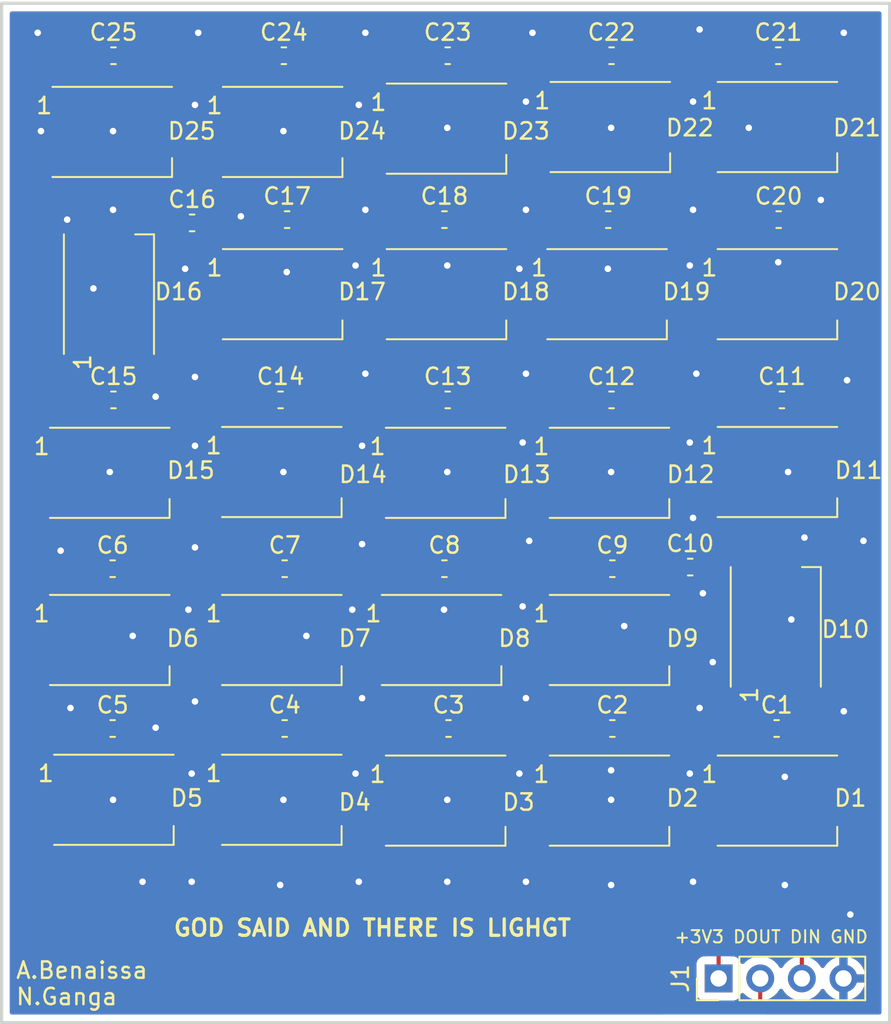
<source format=kicad_pcb>
(kicad_pcb (version 20221018) (generator pcbnew)
  (layers (0 "F.Cu" signal) (31 "B.Cu" signal) (34 "B.Paste" user) (35 "F.Paste" user) (36 "B.SilkS" user "B.Silkscreen") (37 "F.SilkS" user "F.Silkscreen") (38 "B.Mask" user) (39 "F.Mask" user) (44 "Edge.Cuts" user))
  (net 0 "")
  (net 1 "+3V3")
  (net 2 "GND")
  (net 3 "DIN")
  (net 4 "DTUS")
  (net 5 "DOUT")
  (net 6 "/LED's/Data-1")
  (net 7 "/LED's/Data-2")
  (net 8 "/LED's/Data-3")
  (net 9 "/LED's/Data-4")
  (net 10 "/LED's/Data-5")
  (net 11 "/LED's/Data-6")
  (net 12 "/LED's/Data-7")
  (net 13 "/LED's/Data-8")
  (net 14 "/LED's/Data-9")
  (net 15 "/LED's/Data-10")
  (net 16 "/LED's/Data-11")
  (net 17 "/LED's/Data-12")
  (net 18 "/LED's/Data-13")
  (net 19 "/LED's/Data-15")
  (net 20 "/LED's/Data-16")
  (net 21 "/LED's/Data-17")
  (net 22 "/LED's/Data-18")
  (net 23 "/LED's/Data-19")
  (net 24 "/LED's/Data-20")
  (net 25 "/LED's/Data-21")
  (net 26 "/LED's/Data-22")
  (net 27 "/LED's/Data-23")
  (net 28 "/LED's/Data-24")
  (footprint "Capacitor_SMD:C_0603_1608Metric" (layer "F.Cu") (at 155.425 73.2)
    (fp_text reference "C22")
    (fp_text value "0.1u" hide)
  )
  (footprint "LED_SMD:LED_WS2812B_PLCC4_5.0x5.0mm_P3.2mm" (layer "F.Cu") (at 155.15 87.75)
    (fp_text reference "D19")
    (fp_text value "WS2812B" hide)
  )
  (footprint "LED_SMD:LED_WS2812B_PLCC4_5.0x5.0mm_P3.2mm" (layer "F.Cu") (at 145.35 87.75)
    (fp_text reference "D18")
    (fp_text value "WS2812B" hide)
  )
  (footprint "LED_SMD:LED_WS2812B_PLCC4_5.0x5.0mm_P3.2mm" (layer "F.Cu") (at 124.8 108.85)
    (fp_text reference "D6")
    (fp_text value "WS2812B" hide)
  )
  (footprint "Capacitor_SMD:C_0603_1608Metric" (layer "F.Cu") (at 145.225 104.5)
    (fp_text reference "C8")
    (fp_text value "0.1u" hide)
  )
  (footprint "Capacitor_SMD:C_0603_1608Metric" (layer "F.Cu") (at 155.225 83.2)
    (fp_text reference "C19")
    (fp_text value "0.1u" hide)
  )
  (footprint "LED_SMD:LED_WS2812B_PLCC4_5.0x5.0mm_P3.2mm" (layer "F.Cu") (at 124.95 77.85)
    (fp_text reference "D25")
    (fp_text value "WS2812B" hide)
  )
  (footprint "LED_SMD:LED_WS2812B_PLCC4_5.0x5.0mm_P3.2mm" (layer "F.Cu") (at 145.3 98.65)
    (fp_text reference "D13")
    (fp_text value "WS2812B" hide)
  )
  (footprint "Capacitor_SMD:C_0603_1608Metric" (layer "F.Cu") (at 165.625 83.2)
    (fp_text reference "C20")
    (fp_text value "0.1u" hide)
  )
  (footprint "LED_SMD:LED_WS2812B_PLCC4_5.0x5.0mm_P3.2mm" (layer "F.Cu") (at 155.35 77.55)
    (fp_text reference "D22")
    (fp_text value "WS2812B" hide)
  )
  (footprint "Capacitor_SMD:C_0603_1608Metric" (layer "F.Cu") (at 165.825 94.2)
    (fp_text reference "C11")
    (fp_text value "0.1u" hide)
  )
  (footprint "LED_SMD:LED_WS2812B_PLCC4_5.0x5.0mm_P3.2mm" (layer "F.Cu") (at 145.3 118.65)
    (fp_text reference "D3")
    (fp_text value "WS2812B" hide)
  )
  (footprint "LED_SMD:LED_WS2812B_PLCC4_5.0x5.0mm_P3.2mm" (layer "F.Cu") (at 165.55 77.55)
    (fp_text reference "D21")
    (fp_text value "WS2812B" hide)
  )
  (footprint "LED_SMD:LED_WS2812B_PLCC4_5.0x5.0mm_P3.2mm" (layer "F.Cu") (at 125.05 118.6)
    (fp_text reference "D5")
    (fp_text value "WS2812B" hide)
  )
  (footprint "LED_SMD:LED_WS2812B_PLCC4_5.0x5.0mm_P3.2mm" (layer "F.Cu") (at 135.35 77.85)
    (fp_text reference "D24")
    (fp_text value "WS2812B" hide)
  )
  (footprint "Capacitor_SMD:C_0603_1608Metric" (layer "F.Cu") (at 155.475 114.25)
    (fp_text reference "C2")
    (fp_text value "0.1u" hide)
  )
  (footprint "LED_SMD:LED_WS2812B_PLCC4_5.0x5.0mm_P3.2mm" (layer "F.Cu") (at 135.35 87.75)
    (fp_text reference "D17")
    (fp_text value "WS2812B" hide)
  )
  (footprint "LED_SMD:LED_WS2812B_PLCC4_5.0x5.0mm_P3.2mm" (layer "F.Cu") (at 155.3 98.65)
    (fp_text reference "D12")
    (fp_text value "WS2812B" hide)
  )
  (footprint "Capacitor_SMD:C_0603_1608Metric" (layer "F.Cu") (at 155.475 104.5)
    (fp_text reference "C9")
    (fp_text value "0.1u" hide)
  )
  (footprint "Capacitor_SMD:C_0603_1608Metric" (layer "F.Cu") (at 129.825 83.4)
    (fp_text reference "C16")
    (fp_text value "0.1u" hide)
  )
  (footprint "Capacitor_SMD:C_0603_1608Metric" (layer "F.Cu") (at 165.6 73.2)
    (fp_text reference "C21")
    (fp_text value "0.1u" hide)
  )
  (footprint "Capacitor_SMD:C_0603_1608Metric" (layer "F.Cu") (at 160.225 104.4)
    (fp_text reference "C10")
    (fp_text value "0.1u" hide)
  )
  (footprint "LED_SMD:LED_WS2812B_PLCC4_5.0x5.0mm_P3.2mm" (layer "F.Cu") (at 145.05 108.85)
    (fp_text reference "D8")
    (fp_text value "WS2812B" hide)
  )
  (footprint "Capacitor_SMD:C_0603_1608Metric" (layer "F.Cu") (at 145.425 94.2)
    (fp_text reference "C13")
    (fp_text value "0.1u" hide)
  )
  (footprint "Capacitor_SMD:C_0603_1608Metric" (layer "F.Cu") (at 145.425 73.2)
    (fp_text reference "C23")
    (fp_text value "0.1u" hide)
  )
  (footprint "Capacitor_SMD:C_0603_1608Metric" (layer "F.Cu") (at 135.625 83.2)
    (fp_text reference "C17")
    (fp_text value "0.1u" hide)
  )
  (footprint "LED_SMD:LED_WS2812B_PLCC4_5.0x5.0mm_P3.2mm" (layer "F.Cu") (at 155.3 118.65)
    (fp_text reference "D2")
    (fp_text value "WS2812B" hide)
  )
  (footprint "Capacitor_SMD:C_0603_1608Metric" (layer "F.Cu") (at 135.475 114.25)
    (fp_text reference "C4")
    (fp_text value "0.1u" hide)
  )
  (footprint "LED_SMD:LED_WS2812B_PLCC4_5.0x5.0mm_P3.2mm" (layer "F.Cu") (at 155.3 108.85)
    (fp_text reference "D9")
    (fp_text value "WS2812B" hide)
  )
  (footprint "Capacitor_SMD:C_0603_1608Metric" (layer "F.Cu") (at 135.475 104.5)
    (fp_text reference "C7")
    (fp_text value "0.1u" hide)
  )
  (footprint "Capacitor_SMD:C_0603_1608Metric" (layer "F.Cu") (at 124.975 104.5)
    (fp_text reference "C6")
    (fp_text value "0.1u" hide)
  )
  (footprint "Capacitor_SMD:C_0603_1608Metric" (layer "F.Cu") (at 155.425 94.2)
    (fp_text reference "C12")
    (fp_text value "0.1u" hide)
  )
  (footprint "Capacitor_SMD:C_0603_1608Metric" (layer "F.Cu") (at 165.5 114.25)
    (fp_text reference "C1")
    (fp_text value "0.1u" hide)
  )
  (footprint "LED_SMD:LED_WS2812B_PLCC4_5.0x5.0mm_P3.2mm" (layer "F.Cu") (at 135.3 98.6)
    (fp_text reference "D14")
    (fp_text value "WS2812B" hide)
  )
  (footprint "LED_SMD:LED_WS2812B_PLCC4_5.0x5.0mm_P3.2mm" (layer "F.Cu") (at 165.55 87.75)
    (fp_text reference "D20")
    (fp_text value "WS2812B" hide)
  )
  (footprint "LED_SMD:LED_WS2812B_PLCC4_5.0x5.0mm_P3.2mm" (layer "F.Cu") (at 165.55 98.6)
    (fp_text reference "D11")
    (fp_text value "WS2812B" hide)
  )
  (footprint "LED_SMD:LED_WS2812B_PLCC4_5.0x5.0mm_P3.2mm" (layer "F.Cu") (at 124.8 98.65)
    (fp_text reference "D15")
    (fp_text value "WS2812B" hide)
  )
  (footprint "LED_SMD:LED_WS2812B_PLCC4_5.0x5.0mm_P3.2mm" (layer "F.Cu") (at 165.45 108.05 90)
    (fp_text reference "D10")
    (fp_text value "WS2812B" hide)
  )
  (footprint "LED_SMD:LED_WS2812B_PLCC4_5.0x5.0mm_P3.2mm" (layer "F.Cu") (at 145.35 77.65)
    (fp_text reference "D23")
    (fp_text value "WS2812B" hide)
  )
  (footprint "LED_SMD:LED_WS2812B_PLCC4_5.0x5.0mm_P3.2mm" (layer "F.Cu") (at 124.75 87.75 90)
    (fp_text reference "D16")
    (fp_text value "WS2812B" hide)
  )
  (footprint "Capacitor_SMD:C_0603_1608Metric" (layer "F.Cu") (at 124.975 114.25)
    (fp_text reference "C5")
    (fp_text value "0.1u" hide)
  )
  (footprint "Capacitor_SMD:C_0603_1608Metric" (layer "F.Cu") (at 135.225 94.2)
    (fp_text reference "C14")
    (fp_text value "0.1u" hide)
  )
  (footprint "LED_SMD:LED_WS2812B_PLCC4_5.0x5.0mm_P3.2mm" (layer "F.Cu") (at 135.3 118.6)
    (fp_text reference "D4")
    (fp_text value "WS2812B" hide)
  )
  (footprint "Capacitor_SMD:C_0603_1608Metric" (layer "F.Cu") (at 125.025 94.2)
    (fp_text reference "C15")
    (fp_text value "0.1u" hide)
  )
  (footprint "Connector_PinHeader_2.54mm:PinHeader_1x04_P2.54mm_Vertical" (layer "F.Cu") (at 161.96 129.5 90)
    (fp_text reference "J1")
    (fp_text value "Conn_01x04_Socket" hide)
  )
  (footprint "Capacitor_SMD:C_0603_1608Metric" (layer "F.Cu") (at 145.475 114.25)
    (fp_text reference "C3")
    (fp_text value "0.1u" hide)
  )
  (footprint "Capacitor_SMD:C_0603_1608Metric" (layer "F.Cu") (at 145.225 83.2)
    (fp_text reference "C18")
    (fp_text value "0.1u" hide)
  )
  (footprint "Capacitor_SMD:C_0603_1608Metric" (layer "F.Cu") (at 125.025 73.2)
    (fp_text reference "C25")
    (fp_text value "0.1u" hide)
  )
  (footprint "LED_SMD:LED_WS2812B_PLCC4_5.0x5.0mm_P3.2mm" (layer "F.Cu") (at 135.3 108.85)
    (fp_text reference "D7")
    (fp_text value "WS2812B" hide)
  )
  (footprint "LED_SMD:LED_WS2812B_PLCC4_5.0x5.0mm_P3.2mm" (layer "F.Cu") (at 165.55 118.65)
    (fp_text reference "D1")
    (fp_text value "WS2812B" hide)
  )
  (footprint "Capacitor_SMD:C_0603_1608Metric" (layer "F.Cu") (at 135.425 73.2)
    (fp_text reference "C24")
    (fp_text value "0.1u" hide)
  )
  (gr_line (start 118.2 132.2) (end 118.2 70) (stroke (width 0.2)) (layer "Edge.Cuts"))
  (gr_line (start 118.2 70) (end 172.4 70) (stroke (width 0.2)) (layer "Edge.Cuts"))
  (gr_line (start 172.4 132.2) (end 118.2 132.2) (stroke (width 0.2)) (layer "Edge.Cuts"))
  (gr_line (start 172.4 70) (end 172.4 132.2) (stroke (width 0.2)) (layer "Edge.Cuts"))
  (gr_text "GOD SAID AND THERE IS LIGHGT" (at 128.6 127) (layer "F.SilkS") (effects (font (size 1 1) (thickness 0.2) bold) (justify left bottom)))
  (gr_text "+3V3 DOUT DIN GND" (at 159.2 127.4) (layer "F.SilkS") (effects (font (size 0.75 0.75) (thickness 0.12)) (justify left bottom)))
  (gr_text "A.Benaissa\nN.Ganga" (at 119 131.2) (layer "F.SilkS") (effects (font (size 1 1)) (justify left bottom)))
  (segment (start 134.2 74.6) (end 132.9 75.9) (width 0.25) (layer "F.Cu") (net 1))
  (segment (start 144.7 115.1) (end 145.2 115.6) (width 0.25) (layer "F.Cu") (net 1))
  (segment (start 124.4 106) (end 123.2 107.2) (width 0.25) (layer "F.Cu") (net 1))
  (segment (start 164.8 122.2) (end 164.8 118.7) (width 0.25) (layer "F.Cu") (net 1))
  (segment (start 124.2 115.6) (end 122.85 116.95) (width 0.25) (layer "F.Cu") (net 1))
  (segment (start 155 115.6) (end 153.6 117) (width 0.25) (layer "F.Cu") (net 1))
  (segment (start 164.725 114.25) (end 163.8 113.325) (width 0.25) (layer "F.Cu") (net 1))
  (segment (start 123.2 107.2) (end 122.35 107.2) (width 0.25) (layer "F.Cu") (net 1))
  (segment (start 144.7 114.25) (end 144.7 115.1) (width 0.25) (layer "F.Cu") (net 1))
  (segment (start 164.4 74.6) (end 164.2 74.6) (width 0.25) (layer "F.Cu") (net 1))
  (segment (start 142.85 117) (end 142.85 116.95) (width 0.25) (layer "F.Cu") (net 1))
  (segment (start 125 74.6) (end 124.25 73.85) (width 0.25) (layer "F.Cu") (net 1))
  (segment (start 164.2 95.05) (end 165.05 94.2) (width 0.25) (layer "F.Cu") (net 1))
  (segment (start 123.1 93.05) (end 123.1 90.2) (width 0.25) (layer "F.Cu") (net 1))
  (segment (start 124.25 94.2) (end 123.1 93.05) (width 0.25) (layer "F.Cu") (net 1))
  (segment (start 132.85 96.55) (end 132.85 96.95) (width 0.25) (layer "F.Cu") (net 1))
  (segment (start 135.2 74.6) (end 134.65 74.05) (width 0.25) (layer "F.Cu") (net 1))
  (segment (start 161.2 115.6) (end 156.05 115.6) (width 0.25) (layer "F.Cu") (net 1))
  (segment (start 154.65 94.2) (end 154.65 94.65) (width 0.25) (layer "F.Cu") (net 1))
  (segment (start 154.7 105.3) (end 154.7 104.5) (width 0.25) (layer "F.Cu") (net 1))
  (segment (start 154 95.6) (end 145.2 95.6) (width 0.25) (layer "F.Cu") (net 1))
  (segment (start 162.6 117) (end 161.2 115.6) (width 0.25) (layer "F.Cu") (net 1))
  (segment (start 164.8 96.2) (end 164.2 95.6) (width 0.25) (layer "F.Cu") (net 1))
  (segment (start 134.45 95.25) (end 134.8 95.6) (width 0.25) (layer "F.Cu") (net 1))
  (segment (start 164.8 107.2) (end 163.8 108.2) (width 0.25) (layer "F.Cu") (net 1))
  (segment (start 144.2 115.6) (end 135.6 115.6) (width 0.25) (layer "F.Cu") (net 1))
  (segment (start 163.1 75.3) (end 163.1 75.9) (width 0.25) (layer "F.Cu") (net 1))
  (segment (start 152.85 96.75) (end 154 95.6) (width 0.25) (layer "F.Cu") (net 1))
  (segment (start 142.85 97) (end 142.85 96.75) (width 0.25) (layer "F.Cu") (net 1))
  (segment (start 134.05 106) (end 132.85 107.2) (width 0.25) (layer "F.Cu") (net 1))
  (segment (start 135.2 74.6) (end 134.2 74.6) (width 0.25) (layer "F.Cu") (net 1))
  (segment (start 125.55 115.6) (end 124.2 114.25) (width 0.25) (layer "F.Cu") (net 1))
  (segment (start 161.96 129.5) (end 161.96 125.04) (width 0.25) (layer "F.Cu") (net 1))
  (segment (start 124.6 106) (end 124.2 105.6) (width 0.25) (layer "F.Cu") (net 1))
  (segment (start 164.2 74.6) (end 163.8 74.6) (width 0.25) (layer "F.Cu") (net 1))
  (segment (start 164.2 95.6) (end 155.6 95.6) (width 0.25) (layer "F.Cu") (net 1))
  (segment (start 123.1 90.2) (end 123.4 90.2) (width 0.25) (layer "F.Cu") (net 1))
  (segment (start 161.96 125.04) (end 164.8 122.2) (width 0.25) (layer "F.Cu") (net 1))
  (segment (start 144.4 74.6) (end 135.2 74.6) (width 0.25) (layer "F.Cu") (net 1))
  (segment (start 164.8 107.2) (end 164.8 103.2) (width 0.25) (layer "F.Cu") (net 1))
  (segment (start 145.2 95.6) (end 144 95.6) (width 0.25) (layer "F.Cu") (net 1))
  (segment (start 132.9 75.9) (end 132.9 76.2) (width 0.25) (layer "F.Cu") (net 1))
  (segment (start 135.4 106) (end 134.7 105.3) (width 0.25) (layer "F.Cu") (net 1))
  (segment (start 155 115.6) (end 145.2 115.6) (width 0.25) (layer "F.Cu") (net 1))
  (segment (start 159.45 104.4) (end 157.85 106) (width 0.25) (layer "F.Cu") (net 1))
  (segment (start 145.2 74.6) (end 144.4 74.6) (width 0.25) (layer "F.Cu") (net 1))
  (segment (start 134.65 74.05) (end 134.65 73.2) (width 0.25) (layer "F.Cu") (net 1))
  (segment (start 143.4 106) (end 135.4 106) (width 0.25) (layer "F.Cu") (net 1))
  (segment (start 142.6 106.8) (end 142.6 107.2) (width 0.25) (layer "F.Cu") (net 1))
  (segment (start 135.4 106) (end 134.2 106) (width 0.25) (layer "F.Cu") (net 1))
  (segment (start 134.2 74.6) (end 125 74.6) (width 0.25) (layer "F.Cu") (net 1))
  (segment (start 163.05 85) (end 164.85 83.2) (width 0.25) (layer "F.Cu") (net 1))
  (segment (start 145.4 106) (end 144.45 105.05) (width 0.25) (layer "F.Cu") (net 1))
  (segment (start 124.25 73.85) (end 124.25 73.2) (width 0.25) (layer "F.Cu") (net 1))
  (segment (start 164.825 73.975) (end 164.825 73.2) (width 0.25) (layer "F.Cu") (net 1))
  (segment (start 141.2 85) (end 143.6 85) (width 0.25) (layer "F.Cu") (net 1))
  (segment (start 152.9 75.7) (end 152.9 75.9) (width 0.25) (layer "F.Cu") (net 1))
  (segment (start 153.6 117) (end 152.85 117) (width 0.25) (layer "F.Cu") (net 1))
  (segment (start 154.65 73.2) (end 154.65 73.85) (width 0.25) (layer "F.Cu") (net 1))
  (segment (start 154.65 73.85) (end 155.4 74.6) (width 0.25) (layer "F.Cu") (net 1))
  (segment (start 144.4 74.6) (end 144.3 74.6) (width 0.25) (layer "F.Cu") (net 1))
  (segment (start 134.7 114.7) (end 135.6 115.6) (width 0.25) (layer "F.Cu") (net 1))
  (segment (start 124.1 74.6) (end 122.5 76.2) (width 0.25) (layer "F.Cu") (net 1))
  (segment (start 165.6 75.8) (end 164.4 74.6) (width 0.25) (layer "F.Cu") (net 1))
  (segment (start 164.8 118.7) (end 163.1 117) (width 0.25) (layer "F.Cu") (net 1))
  (segment (start 164.8 103.2) (end 160.65 103.2) (width 0.25) (layer "F.Cu") (net 1))
  (segment (start 129.05 84.25) (end 129.05 83.4) (width 0.25) (layer "F.Cu") (net 1))
  (segment (start 123.4 90.2) (end 128.6 85) (width 0.25) (layer "F.Cu") (net 1))
  (segment (start 164.2 74.6) (end 164.825 73.975) (width 0.25) (layer "F.Cu") (net 1))
  (segment (start 134.2 106) (end 124.6 106) (width 0.25) (layer "F.Cu") (net 1))
  (segment (start 151.2 85) (end 151.6 85) (width 0.25) (layer "F.Cu") (net 1))
  (segment (start 164.15 96.95) (end 164.8 97.6) (width 0.25) (layer "F.Cu") (net 1))
  (segment (start 156.05 115.6) (end 154.7 114.25) (width 0.25) (layer "F.Cu") (net 1))
  (segment (start 143.6 85) (end 151.2 85) (width 0.25) (layer "F.Cu") (net 1))
  (segment (start 145.4 106) (end 143.4 106) (width 0.25) (layer "F.Cu") (net 1))
  (segment (start 144.65 74.05) (end 144.65 73.2) (width 0.25) (layer "F.Cu") (net 1))
  (segment (start 128.6 85) (end 129.8 85) (width 0.25) (layer "F.Cu") (net 1))
  (segment (start 155.4 106) (end 153.6 106) (width 0.25) (layer "F.Cu") (net 1))
  (segment (start 135.6 115.6) (end 134.2 115.6) (width 0.25) (layer "F.Cu") (net 1))
  (segment (start 151.6 85) (end 152.7 86.1) (width 0.25) (layer "F.Cu") (net 1))
  (segment (start 161.4 85) (end 163.05 85) (width 0.25) (layer "F.Cu") (net 1))
  (segment (start 134.2 85) (end 141.2 85) (width 0.25) (layer "F.Cu") (net 1))
  (segment (start 124.6 106) (end 124.4 106) (width 0.25) (layer "F.Cu") (net 1))
  (segment (start 164.8 98.3) (end 164.8 97.6) (width 0.25) (layer "F.Cu") (net 1))
  (segment (start 124.8 95.6) (end 123.75 95.6) (width 0.25) (layer "F.Cu") (net 1))
  (segment (start 131.4 85) (end 131.8 85) (width 0.25) (layer "F.Cu") (net 1))
  (segment (start 144.45 105.05) (end 144.45 104.5) (width 0.25) (layer "F.Cu") (net 1))
  (segment (start 154.45 83.2) (end 154.45 84.35) (width 0.25) (layer "F.Cu") (net 1))
  (segment (start 153.8 85) (end 161.4 85) (width 0.25) (layer "F.Cu") (net 1))
  (segment (start 142.85 116.95) (end 144.2 115.6) (width 0.25) (layer "F.Cu") (net 1))
  (segment (start 152.85 106.75) (end 152.85 107.2) (width 0.25) (layer "F.Cu") (net 1))
  (segment (start 163.8 74.6) (end 163.1 75.3) (width 0.25) (layer "F.Cu") (net 1))
  (segment (start 154 74.6) (end 145.2 74.6) (width 0.25) (layer "F.Cu") (net 1))
  (segment (start 155.4 74.6) (end 154 74.6) (width 0.25) (layer "F.Cu") (net 1))
  (segment (start 142.9 86.1) (end 141.8 85) (width 0.25) (layer "F.Cu") (net 1))
  (segment (start 164.2 95.6) (end 164.2 95.05) (width 0.25) (layer "F.Cu") (net 1))
  (segment (start 134.85 84.35) (end 134.2 85) (width 0.25) (layer "F.Cu") (net 1))
  (segment (start 145.2 115.6) (end 144.2 115.6) (width 0.25) (layer "F.Cu") (net 1))
  (segment (start 164.85 81.95) (end 165.6 81.2) (width 0.25) (layer "F.Cu") (net 1))
  (segment (start 163.1 96.95) (end 164.15 96.95) (width 0.25) (layer "F.Cu") (net 1))
  (segment (start 134.7 105.3) (end 134.7 104.5) (width 0.25) (layer "F.Cu") (net 1))
  (segment (start 134.2 106) (end 134.05 106) (width 0.25) (layer "F.Cu") (net 1))
  (segment (start 124.25 95.05) (end 124.25 94.2) (width 0.25) (layer "F.Cu") (net 1))
  (segment (start 153.6 106) (end 152.85 106.75) (width 0.25) (layer "F.Cu") (net 1))
  (segment (start 144.45 83.2) (end 144.45 84.15) (width 0.25) (layer "F.Cu") (net 1))
  (segment (start 133.8 95.6) (end 124.8 95.6) (width 0.25) (layer "F.Cu") (net 1))
  (segment (start 144 95.6) (end 134.8 95.6) (width 0.25) (layer "F.Cu") (net 1))
  (segment (start 131.8 85) (end 132.9 86.1) (width 0.25) (layer "F.Cu") (net 1))
  (segment (start 123.75 95.6) (end 122.35 97) (width 0.25) (layer "F.Cu") (net 1))
  (segment (start 144.45 84.15) (end 143.6 85) (width 0.25) (layer "F.Cu") (net 1))
  (segment (start 164.8 97.6) (end 164.8 96.2) (width 0.25) (layer "F.Cu") (net 1))
  (segment (start 165.6 81.2) (end 165.6 75.8) (width 0.25) (layer "F.Cu") (net 1))
  (segment (start 154.65 94.65) (end 155.6 95.6) (width 0.25) (layer "F.Cu") (net 1))
  (segment (start 144.3 74.6) (end 142.9 76) (width 0.25) (layer "F.Cu") (net 1))
  (segment (start 124.2 105.6) (end 124.2 104.5) (width 0.25) (layer "F.Cu") (net 1))
  (segment (start 157.85 106) (end 155.4 106) (width 0.25) (layer "F.Cu") (net 1))
  (segment (start 161.4 85) (end 162 85) (width 0.25) (layer "F.Cu") (net 1))
  (segment (start 164.8 103.2) (end 164.8 98.35) (width 0.25) (layer "F.Cu") (net 1))
  (segment (start 163.1 117) (end 162.6 117) (width 0.25) (layer "F.Cu") (net 1))
  (segment (start 164.85 83.2) (end 164.85 81.95) (width 0.25) (layer "F.Cu") (net 1))
  (segment (start 142.85 96.75) (end 144 95.6) (width 0.25) (layer "F.Cu") (net 1))
  (segment (start 152.85 97) (end 152.85 96.75) (width 0.25) (layer "F.Cu") (net 1))
  (segment (start 133.8 95.6) (end 132.85 96.55) (width 0.25) (layer "F.Cu") (net 1))
  (segment (start 143.4 106) (end 142.6 106.8) (width 0.25) (layer "F.Cu") (net 1))
  (segment (start 134.8 95.6) (end 133.8 95.6) (width 0.25) (layer "F.Cu") (net 1))
  (segment (start 162 85) (end 163.1 86.1) (width 0.25) (layer "F.Cu") (net 1))
  (segment (start 132.85 116.95) (end 134.2 115.6) (width 0.25) (layer "F.Cu") (net 1))
  (segment (start 144.65 94.2) (end 144.65 95.05) (width 0.25) (layer "F.Cu") (net 1))
  (segment (start 163.8 113.325) (end 163.8 110.5) (width 0.25) (layer "F.Cu") (net 1))
  (segment (start 134.85 83.2) (end 134.85 84.35) (width 0.25) (layer "F.Cu") (net 1))
  (segment (start 155.4 106) (end 154.7 105.3) (width 0.25) (layer "F.Cu") (net 1))
  (segment (start 145.2 74.6) (end 144.65 74.05) (width 0.25) (layer "F.Cu") (net 1))
  (segment (start 134.2 115.6) (end 125.55 115.6) (width 0.25) (layer "F.Cu") (net 1))
  (segment (start 155.6 95.6) (end 154 95.6) (width 0.25) (layer "F.Cu") (net 1))
  (segment (start 164.8 118.7) (end 164.8 114.325) (width 0.25) (layer "F.Cu") (net 1))
  (segment (start 141.8 85) (end 141.2 85) (width 0.25) (layer "F.Cu") (net 1))
  (segment (start 144.65 95.05) (end 145.2 95.6) (width 0.25) (layer "F.Cu") (net 1))
  (segment (start 160.65 103.2) (end 159.45 104.4) (width 0.25) (layer "F.Cu") (net 1))
  (segment (start 131.4 85) (end 134.2 85) (width 0.25) (layer "F.Cu") (net 1))
  (segment (start 134.45 94.2) (end 134.45 95.25) (width 0.25) (layer "F.Cu") (net 1))
  (segment (start 124.8 95.6) (end 124.25 95.05) (width 0.25) (layer "F.Cu") (net 1))
  (segment (start 129.8 85) (end 131.4 85) (width 0.25) (layer "F.Cu") (net 1))
  (segment (start 134.7 114.25) (end 134.7 114.7) (width 0.25) (layer "F.Cu") (net 1))
  (segment (start 156.05 115.6) (end 155 115.6) (width 0.25) (layer "F.Cu") (net 1))
  (segment (start 151.2 85) (end 153.8 85) (width 0.25) (layer "F.Cu") (net 1))
  (segment (start 129.8 85) (end 129.05 84.25) (width 0.25) (layer "F.Cu") (net 1))
  (segment (start 125.55 115.6) (end 124.2 115.6) (width 0.25) (layer "F.Cu") (net 1))
  (segment (start 163.8 74.6) (end 155.4 74.6) (width 0.25) (layer "F.Cu") (net 1))
  (segment (start 153.6 106) (end 145.4 106) (width 0.25) (layer "F.Cu") (net 1))
  (segment (start 154.45 84.35) (end 153.8 85) (width 0.25) (layer "F.Cu") (net 1))
  (segment (start 163.8 108.2) (end 163.8 110.5) (width 0.25) (layer "F.Cu") (net 1))
  (segment (start 122.85 116.95) (end 122.6 116.95) (width 0.25) (layer "F.Cu") (net 1))
  (segment (start 125 74.6) (end 124.1 74.6) (width 0.25) (layer "F.Cu") (net 1))
  (segment (start 154 74.6) (end 152.9 75.7) (width 0.25) (layer "F.Cu") (net 1))
  (via (at 127.6 94) (size 0.8) (drill 0.4) (layers "F.Cu" "B.Cu") (net 2))
  (via (at 160.4 76) (size 0.8) (drill 0.4) (layers "F.Cu" "B.Cu") (net 2))
  (via (at 139.6 107) (size 0.8) (drill 0.4) (layers "F.Cu" "B.Cu") (net 2))
  (via (at 130 76.2) (size 0.8) (drill 0.4) (layers "F.Cu" "B.Cu") (net 2))
  (via (at 150.6 71.8) (size 0.8) (drill 0.4) (layers "F.Cu" "B.Cu") (net 2))
  (via (at 122.2 83.2) (size 0.8) (drill 0.4) (layers "F.Cu" "B.Cu") (net 2))
  (via (at 126.8 123.6) (size 0.8) (drill 0.4) (layers "F.Cu" "B.Cu") (net 2))
  (via (at 160.4 82.6) (size 0.8) (drill 0.4) (layers "F.Cu" "B.Cu") (net 2))
  (via (at 150.2 92.6) (size 0.8) (drill 0.4) (layers "F.Cu" "B.Cu") (net 2))
  (via (at 169.6 71.8) (size 0.8) (drill 0.4) (layers "F.Cu" "B.Cu") (net 2))
  (via (at 150.4 102.8) (size 0.8) (drill 0.4) (layers "F.Cu" "B.Cu") (net 2))
  (via (at 161 106) (size 0.8) (drill 0.4) (layers "F.Cu" "B.Cu") (net 2))
  (via (at 135.4 77.8) (size 0.8) (drill 0.4) (layers "F.Cu" "B.Cu") (net 2))
  (via (at 125 77.8) (size 0.8) (drill 0.4) (layers "F.Cu" "B.Cu") (net 2))
  (via (at 126.2 108.6) (size 0.8) (drill 0.4) (layers "F.Cu" "B.Cu") (net 2))
  (via (at 121.8 103.4) (size 0.8) (drill 0.4) (layers "F.Cu" "B.Cu") (net 2))
  (via (at 166.4 107.6) (size 0.8) (drill 0.4) (layers "F.Cu" "B.Cu") (net 2))
  (via (at 150.2 123.6) (size 0.8) (drill 0.4) (layers "F.Cu" "B.Cu") (net 2))
  (via (at 170 125.6) (size 0.8) (drill 0.4) (layers "F.Cu" "B.Cu") (net 2))
  (via (at 129.4 86.2) (size 0.8) (drill 0.4) (layers "F.Cu" "B.Cu") (net 2))
  (via (at 130.2 71.8) (size 0.8) (drill 0.4) (layers "F.Cu" "B.Cu") (net 2))
  (via (at 145.4 86) (size 0.8) (drill 0.4) (layers "F.Cu" "B.Cu") (net 2))
  (via (at 149.8 117) (size 0.8) (drill 0.4) (layers "F.Cu" "B.Cu") (net 2))
  (via (at 160.4 101.4) (size 0.8) (drill 0.4) (layers "F.Cu" "B.Cu") (net 2))
  (via (at 130 112.6) (size 0.8) (drill 0.4) (layers "F.Cu" "B.Cu") (net 2))
  (via (at 120.6 77.8) (size 0.8) (drill 0.4) (layers "F.Cu" "B.Cu") (net 2))
  (via (at 160.2 117) (size 0.8) (drill 0.4) (layers "F.Cu" "B.Cu") (net 2))
  (via (at 140.4 92.6) (size 0.8) (drill 0.4) (layers "F.Cu" "B.Cu") (net 2))
  (via (at 155.4 77.6) (size 0.8) (drill 0.4) (layers "F.Cu" "B.Cu") (net 2))
  (via (at 124.8 98.6) (size 0.8) (drill 0.4) (layers "F.Cu" "B.Cu") (net 2))
  (via (at 145.4 77.6) (size 0.8) (drill 0.4) (layers "F.Cu" "B.Cu") (net 2))
  (via (at 135.6 86.4) (size 0.8) (drill 0.4) (layers "F.Cu" "B.Cu") (net 2))
  (via (at 127.6 114.2) (size 0.8) (drill 0.4) (layers "F.Cu" "B.Cu") (net 2))
  (via (at 140.2 97) (size 0.8) (drill 0.4) (layers "F.Cu" "B.Cu") (net 2))
  (via (at 135.2 123.8) (size 0.8) (drill 0.4) (layers "F.Cu" "B.Cu") (net 2))
  (via (at 140.2 103) (size 0.8) (drill 0.4) (layers "F.Cu" "B.Cu") (net 2))
  (via (at 145.4 123.6) (size 0.8) (drill 0.4) (layers "F.Cu" "B.Cu") (net 2))
  (via (at 169.6 113.2) (size 0.8) (drill 0.4) (layers "F.Cu" "B.Cu") (net 2))
  (via (at 165.6 85.8) (size 0.8) (drill 0.4) (layers "F.Cu" "B.Cu") (net 2))
  (via (at 129.8 117) (size 0.8) (drill 0.4) (layers "F.Cu" "B.Cu") (net 2))
  (via (at 160.2 96.8) (size 0.8) (drill 0.4) (layers "F.Cu" "B.Cu") (net 2))
  (via (at 125 118.6) (size 0.8) (drill 0.4) (layers "F.Cu" "B.Cu") (net 2))
  (via (at 123.8 87.4) (size 0.8) (drill 0.4) (layers "F.Cu" "B.Cu") (net 2))
  (via (at 130 103.2) (size 0.8) (drill 0.4) (layers "F.Cu" "B.Cu") (net 2))
  (via (at 130 97) (size 0.8) (drill 0.4) (layers "F.Cu" "B.Cu") (net 2))
  (via (at 166 123.8) (size 0.8) (drill 0.4) (layers "F.Cu" "B.Cu") (net 2))
  (via (at 132.8 83) (size 0.8) (drill 0.4) (layers "F.Cu" "B.Cu") (net 2))
  (via (at 166 117.2) (size 0.8) (drill 0.4) (layers "F.Cu" "B.Cu") (net 2))
  (via (at 139.8 86) (size 0.8) (drill 0.4) (layers "F.Cu" "B.Cu") (net 2))
  (via (at 155.2 86.2) (size 0.8) (drill 0.4) (layers "F.Cu" "B.Cu") (net 2))
  (via (at 160.8 71.6) (size 0.8) (drill 0.4) (layers "F.Cu" "B.Cu") (net 2))
  (via (at 166.2 98.6) (size 0.8) (drill 0.4) (layers "F.Cu" "B.Cu") (net 2))
  (via (at 168.2 82) (size 0.8) (drill 0.4) (layers "F.Cu" "B.Cu") (net 2))
  (via (at 129.8 123.6) (size 0.8) (drill 0.4) (layers "F.Cu" "B.Cu") (net 2))
  (via (at 160.2 86) (size 0.8) (drill 0.4) (layers "F.Cu" "B.Cu") (net 2))
  (via (at 140 123.6) (size 0.8) (drill 0.4) (layers "F.Cu" "B.Cu") (net 2))
  (via (at 155.4 116.8) (size 0.8) (drill 0.4) (layers "F.Cu" "B.Cu") (net 2))
  (via (at 150.2 76) (size 0.8) (drill 0.4) (layers "F.Cu" "B.Cu") (net 2))
  (via (at 155.4 118.6) (size 0.8) (drill 0.4) (layers "F.Cu" "B.Cu") (net 2))
  (via (at 167.2 102.6) (size 0.8) (drill 0.4) (layers "F.Cu" "B.Cu") (net 2))
  (via (at 140.4 71.8) (size 0.8) (drill 0.4) (layers "F.Cu" "B.Cu") (net 2))
  (via (at 139.8 117) (size 0.8) (drill 0.4) (layers "F.Cu" "B.Cu") (net 2))
  (via (at 150 106.8) (size 0.8) (drill 0.4) (layers "F.Cu" "B.Cu") (net 2))
  (via (at 156.2 108) (size 0.8) (drill 0.4) (layers "F.Cu" "B.Cu") (net 2))
  (via (at 160.6 92.6) (size 0.8) (drill 0.4) (layers "F.Cu" "B.Cu") (net 2))
  (via (at 145.2 107) (size 0.8) (drill 0.4) (layers "F.Cu" "B.Cu") (net 2))
  (via (at 149.8 86.2) (size 0.8) (drill 0.4) (layers "F.Cu" "B.Cu") (net 2))
  (via (at 125 82.6) (size 0.8) (drill 0.4) (layers "F.Cu" "B.Cu") (net 2))
  (via (at 150.2 112.4) (size 0.8) (drill 0.4) (layers "F.Cu" "B.Cu") (net 2))
  (via (at 150.2 82.6) (size 0.8) (drill 0.4) (layers "F.Cu" "B.Cu") (net 2))
  (via (at 122.4 113) (size 0.8) (drill 0.4) (layers "F.Cu" "B.Cu") (net 2))
  (via (at 135.4 98.6) (size 0.8) (drill 0.4) (layers "F.Cu" "B.Cu") (net 2))
  (via (at 140.2 112.4) (size 0.8) (drill 0.4) (layers "F.Cu" "B.Cu") (net 2))
  (via (at 160.8 113) (size 0.8) (drill 0.4) (layers "F.Cu" "B.Cu") (net 2))
  (via (at 145.4 118.6) (size 0.8) (drill 0.4) (layers "F.Cu" "B.Cu") (net 2))
  (via (at 145.4 98.6) (size 0.8) (drill 0.4) (layers "F.Cu" "B.Cu") (net 2))
  (via (at 140 76.2) (size 0.8) (drill 0.4) (layers "F.Cu" "B.Cu") (net 2))
  (via (at 163.8 77.6) (size 0.8) (drill 0.4) (layers "F.Cu" "B.Cu") (net 2))
  (via (at 155.4 98.6) (size 0.8) (drill 0.4) (layers "F.Cu" "B.Cu") (net 2))
  (via (at 135.4 118.6) (size 0.8) (drill 0.4) (layers "F.Cu" "B.Cu") (net 2))
  (via (at 129.6 107) (size 0.8) (drill 0.4) (layers "F.Cu" "B.Cu") (net 2))
  (via (at 136.8 108.6) (size 0.8) (drill 0.4) (layers "F.Cu" "B.Cu") (net 2))
  (via (at 160.4 123.6) (size 0.8) (drill 0.4) (layers "F.Cu" "B.Cu") (net 2))
  (via (at 140.4 82.6) (size 0.8) (drill 0.4) (layers "F.Cu" "B.Cu") (net 2))
  (via (at 130 92.8) (size 0.8) (drill 0.4) (layers "F.Cu" "B.Cu") (net 2))
  (via (at 161.6 110.2) (size 0.8) (drill 0.4) (layers "F.Cu" "B.Cu") (net 2))
  (via (at 150 96.8) (size 0.8) (drill 0.4) (layers "F.Cu" "B.Cu") (net 2))
  (via (at 155.4 123.8) (size 0.8) (drill 0.4) (layers "F.Cu" "B.Cu") (net 2))
  (via (at 120.4 71.8) (size 0.8) (drill 0.4) (layers "F.Cu" "B.Cu") (net 2))
  (via (at 169.8 93) (size 0.8) (drill 0.4) (layers "F.Cu" "B.Cu") (net 2))
  (via (at 170.8 102.8) (size 0.8) (drill 0.4) (layers "F.Cu" "B.Cu") (net 2))
  (segment (start 167.04 129.5) (end 167.04 125.76) (width 0.25) (layer "F.Cu") (net 3))
  (segment (start 167.04 125.76) (end 169.6 123.2) (width 0.25) (layer "F.Cu") (net 3))
  (segment (start 169.6 123.2) (end 169.6 118.6) (width 0.25) (layer "F.Cu") (net 3))
  (segment (start 169.6 118.6) (end 168 117) (width 0.25) (layer "F.Cu") (net 3))
  (segment (start 132.85 100.25) (end 130.5 100.25) (width 0.25) (layer "F.Cu") (net 4))
  (segment (start 130.5 100.25) (end 127.25 97) (width 0.25) (layer "F.Cu") (net 4))
  (segment (start 159.2 131.2) (end 159 131) (width 0.25) (layer "F.Cu") (net 5))
  (segment (start 120 120) (end 128.4 128.4) (width 0.25) (layer "F.Cu") (net 5))
  (segment (start 164.2 131.2) (end 159.2 131.2) (width 0.25) (layer "F.Cu") (net 5))
  (segment (start 164.5 129.5) (end 164.5 130.9) (width 0.25) (layer "F.Cu") (net 5))
  (segment (start 164.5 130.9) (end 164.2 131.2) (width 0.25) (layer "F.Cu") (net 5))
  (segment (start 156.4 128.4) (end 159 131) (width 0.25) (layer "F.Cu") (net 5))
  (segment (start 122.5 79.5) (end 120 82) (width 0.25) (layer "F.Cu") (net 5))
  (segment (start 120 82) (end 120 120) (width 0.25) (layer "F.Cu") (net 5))
  (segment (start 128.4 128.4) (end 156.4 128.4) (width 0.25) (layer "F.Cu") (net 5))
  (segment (start 163.1 120.3) (end 161.05 120.3) (width 0.25) (layer "F.Cu") (net 6))
  (segment (start 161.05 120.3) (end 157.75 117) (width 0.25) (layer "F.Cu") (net 6))
  (segment (start 151.05 120.3) (end 147.75 117) (width 0.25) (layer "F.Cu") (net 7))
  (segment (start 152.85 120.3) (end 151.05 120.3) (width 0.25) (layer "F.Cu") (net 7))
  (segment (start 141.1 120.3) (end 137.75 116.95) (width 0.25) (layer "F.Cu") (net 8))
  (segment (start 142.85 120.3) (end 141.1 120.3) (width 0.25) (layer "F.Cu") (net 8))
  (segment (start 130.8 120.25) (end 127.5 116.95) (width 0.25) (layer "F.Cu") (net 9))
  (segment (start 132.85 120.25) (end 130.8 120.25) (width 0.25) (layer "F.Cu") (net 9))
  (segment (start 121.85 120.25) (end 120.6 119) (width 0.25) (layer "F.Cu") (net 10))
  (segment (start 126.2 107.2) (end 127.25 107.2) (width 0.25) (layer "F.Cu") (net 10))
  (segment (start 124.4 109) (end 126.2 107.2) (width 0.25) (layer "F.Cu") (net 10))
  (segment (start 122 109) (end 124.4 109) (width 0.25) (layer "F.Cu") (net 10))
  (segment (start 120.6 110.4) (end 122 109) (width 0.25) (layer "F.Cu") (net 10))
  (segment (start 120.6 119) (end 120.6 110.4) (width 0.25) (layer "F.Cu") (net 10))
  (segment (start 122.6 120.25) (end 121.85 120.25) (width 0.25) (layer "F.Cu") (net 10))
  (segment (start 125.8 109.4) (end 132.8 109.4) (width 0.25) (layer "F.Cu") (net 11))
  (segment (start 124.7 110.5) (end 125.8 109.4) (width 0.25) (layer "F.Cu") (net 11))
  (segment (start 122.35 110.5) (end 124.7 110.5) (width 0.25) (layer "F.Cu") (net 11))
  (segment (start 132.8 109.4) (end 135 107.2) (width 0.25) (layer "F.Cu") (net 11))
  (segment (start 135 107.2) (end 137.75 107.2) (width 0.25) (layer "F.Cu") (net 11))
  (segment (start 143.6 108.4) (end 146.2 108.4) (width 0.25) (layer "F.Cu") (net 12))
  (segment (start 147.4 107.2) (end 147.5 107.2) (width 0.25) (layer "F.Cu") (net 12))
  (segment (start 132.85 110.5) (end 134.1 110.5) (width 0.25) (layer "F.Cu") (net 12))
  (segment (start 142.4 109.6) (end 143.6 108.4) (width 0.25) (layer "F.Cu") (net 12))
  (segment (start 135 109.6) (end 142.4 109.6) (width 0.25) (layer "F.Cu") (net 12))
  (segment (start 134.1 110.5) (end 135 109.6) (width 0.25) (layer "F.Cu") (net 12))
  (segment (start 146.2 108.4) (end 147.4 107.2) (width 0.25) (layer "F.Cu") (net 12))
  (segment (start 145.2 109.4) (end 153.2 109.4) (width 0.25) (layer "F.Cu") (net 13))
  (segment (start 144.1 110.5) (end 145.2 109.4) (width 0.25) (layer "F.Cu") (net 13))
  (segment (start 142.6 110.5) (end 144.1 110.5) (width 0.25) (layer "F.Cu") (net 13))
  (segment (start 153.2 109.4) (end 155.4 107.2) (width 0.25) (layer "F.Cu") (net 13))
  (segment (start 155.4 107.2) (end 157.75 107.2) (width 0.25) (layer "F.Cu") (net 13))
  (segment (start 154.1 110.5) (end 155.6 109) (width 0.25) (layer "F.Cu") (net 14))
  (segment (start 152.85 110.5) (end 154.1 110.5) (width 0.25) (layer "F.Cu") (net 14))
  (segment (start 160.4 109) (end 163.8 105.6) (width 0.25) (layer "F.Cu") (net 14))
  (segment (start 155.6 109) (end 160.4 109) (width 0.25) (layer "F.Cu") (net 14))
  (segment (start 169.6 106.4) (end 169.6 98.4) (width 0.25) (layer "F.Cu") (net 15))
  (segment (start 167.1 110.5) (end 167.1 108.9) (width 0.25) (layer "F.Cu") (net 15))
  (segment (start 167.1 108.9) (end 169.6 106.4) (width 0.25) (layer "F.Cu") (net 15))
  (segment (start 169.6 98.4) (end 168.15 96.95) (width 0.25) (layer "F.Cu") (net 15))
  (segment (start 168.15 96.95) (end 168 96.95) (width 0.25) (layer "F.Cu") (net 15))
  (segment (start 163.1 100.25) (end 161 100.25) (width 0.25) (layer "F.Cu") (net 16))
  (segment (start 161 100.25) (end 157.75 97) (width 0.25) (layer "F.Cu") (net 16))
  (segment (start 151.05 100.3) (end 147.75 97) (width 0.25) (layer "F.Cu") (net 17))
  (segment (start 152.85 100.3) (end 151.05 100.3) (width 0.25) (layer "F.Cu") (net 17))
  (segment (start 141.1 100.3) (end 137.75 96.95) (width 0.25) (layer "F.Cu") (net 18))
  (segment (start 142.85 100.3) (end 141.1 100.3) (width 0.25) (layer "F.Cu") (net 18))
  (segment (start 120.6 87.8) (end 123.1 85.3) (width 0.25) (layer "F.Cu") (net 19))
  (segment (start 121.5 100.3) (end 120.6 99.4) (width 0.25) (layer "F.Cu") (net 19))
  (segment (start 122.35 100.3) (end 121.5 100.3) (width 0.25) (layer "F.Cu") (net 19))
  (segment (start 120.6 99.4) (end 120.6 87.8) (width 0.25) (layer "F.Cu") (net 19))
  (segment (start 126.4 90.2) (end 128.6 90.2) (width 0.25) (layer "F.Cu") (net 20))
  (segment (start 128.6 90.2) (end 130.6 88.2) (width 0.25) (layer "F.Cu") (net 20))
  (segment (start 130.6 88.2) (end 135.7 88.2) (width 0.25) (layer "F.Cu") (net 20))
  (segment (start 135.7 88.2) (end 137.8 86.1) (width 0.25) (layer "F.Cu") (net 20))
  (segment (start 132.9 89.4) (end 135.8 89.4) (width 0.25) (layer "F.Cu") (net 21))
  (segment (start 137.8 87.4) (end 145.8 87.4) (width 0.25) (layer "F.Cu") (net 21))
  (segment (start 147.1 86.1) (end 147.8 86.1) (width 0.25) (layer "F.Cu") (net 21))
  (segment (start 135.8 89.4) (end 137.8 87.4) (width 0.25) (layer "F.Cu") (net 21))
  (segment (start 145.8 87.4) (end 147.1 86.1) (width 0.25) (layer "F.Cu") (net 21))
  (segment (start 142.9 89.4) (end 143.8 89.4) (width 0.25) (layer "F.Cu") (net 22))
  (segment (start 156.3 87.4) (end 157.6 86.1) (width 0.25) (layer "F.Cu") (net 22))
  (segment (start 143.8 89.4) (end 144.8 88.4) (width 0.25) (layer "F.Cu") (net 22))
  (segment (start 152.4 87.4) (end 156.3 87.4) (width 0.25) (layer "F.Cu") (net 22))
  (segment (start 151.4 88.4) (end 152.4 87.4) (width 0.25) (layer "F.Cu") (net 22))
  (segment (start 144.8 88.4) (end 151.4 88.4) (width 0.25) (layer "F.Cu") (net 22))
  (segment (start 153.8 89.4) (end 155 88.2) (width 0.25) (layer "F.Cu") (net 23))
  (segment (start 166.7 87.4) (end 168 86.1) (width 0.25) (layer "F.Cu") (net 23))
  (segment (start 162.4 87.4) (end 166.7 87.4) (width 0.25) (layer "F.Cu") (net 23))
  (segment (start 152.7 89.4) (end 153.8 89.4) (width 0.25) (layer "F.Cu") (net 23))
  (segment (start 155 88.2) (end 161.6 88.2) (width 0.25) (layer "F.Cu") (net 23))
  (segment (start 161.6 88.2) (end 162.4 87.4) (width 0.25) (layer "F.Cu") (net 23))
  (segment (start 167.2 88.6) (end 169.6 86.2) (width 0.25) (layer "F.Cu") (net 24))
  (segment (start 165.8 88.6) (end 167.2 88.6) (width 0.25) (layer "F.Cu") (net 24))
  (segment (start 165 89.4) (end 165.8 88.6) (width 0.25) (layer "F.Cu") (net 24))
  (segment (start 169.6 86.2) (end 169.6 77.5) (width 0.25) (layer "F.Cu") (net 24))
  (segment (start 163.1 89.4) (end 165 89.4) (width 0.25) (layer "F.Cu") (net 24))
  (segment (start 169.6 77.5) (end 168 75.9) (width 0.25) (layer "F.Cu") (net 24))
  (segment (start 163.1 79.2) (end 161.1 79.2) (width 0.25) (layer "F.Cu") (net 25))
  (segment (start 161.1 79.2) (end 157.8 75.9) (width 0.25) (layer "F.Cu") (net 25))
  (segment (start 152.9 79.2) (end 151 79.2) (width 0.25) (layer "F.Cu") (net 26))
  (segment (start 151 79.2) (end 147.8 76) (width 0.25) (layer "F.Cu") (net 26))
  (segment (start 140.9 79.3) (end 137.8 76.2) (width 0.25) (layer "F.Cu") (net 27))
  (segment (start 142.9 79.3) (end 140.9 79.3) (width 0.25) (layer "F.Cu") (net 27))
  (segment (start 130.7 79.5) (end 127.4 76.2) (width 0.25) (layer "F.Cu") (net 28))
  (segment (start 132.9 79.5) (end 130.7 79.5) (width 0.25) (layer "F.Cu") (net 28))
  (zone (net 2) (net_name "GND") (layers "F&B.Cu") (connect_pads (clearance 0.5)) (min_thickness 0.25) (fill yes (thermal_gap 0.5) (thermal_bridge_width 0.5))
    (polygon (pts (xy 118.2 69.8) (xy 118.2 132.2) (xy 172.4 132.2) (xy 172.4 70)))
  )
)
</source>
